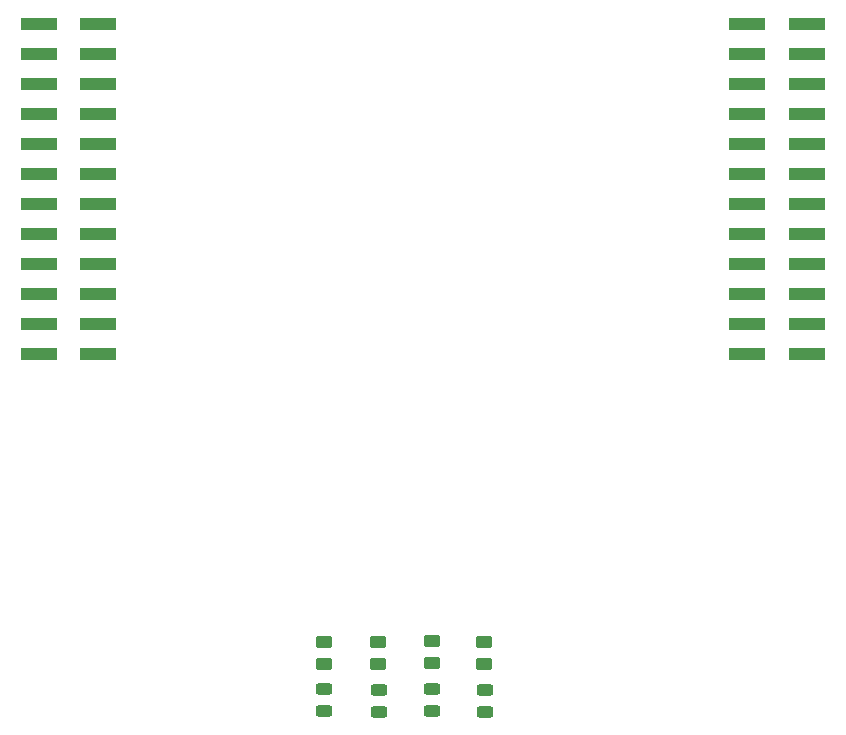
<source format=gbr>
%TF.GenerationSoftware,KiCad,Pcbnew,6.0.1*%
%TF.CreationDate,2022-02-10T21:42:05-06:00*%
%TF.ProjectId,FCB,4643422e-6b69-4636-9164-5f7063625858,rev?*%
%TF.SameCoordinates,Original*%
%TF.FileFunction,Paste,Top*%
%TF.FilePolarity,Positive*%
%FSLAX46Y46*%
G04 Gerber Fmt 4.6, Leading zero omitted, Abs format (unit mm)*
G04 Created by KiCad (PCBNEW 6.0.1) date 2022-02-10 21:42:05*
%MOMM*%
%LPD*%
G01*
G04 APERTURE LIST*
G04 Aperture macros list*
%AMRoundRect*
0 Rectangle with rounded corners*
0 $1 Rounding radius*
0 $2 $3 $4 $5 $6 $7 $8 $9 X,Y pos of 4 corners*
0 Add a 4 corners polygon primitive as box body*
4,1,4,$2,$3,$4,$5,$6,$7,$8,$9,$2,$3,0*
0 Add four circle primitives for the rounded corners*
1,1,$1+$1,$2,$3*
1,1,$1+$1,$4,$5*
1,1,$1+$1,$6,$7*
1,1,$1+$1,$8,$9*
0 Add four rect primitives between the rounded corners*
20,1,$1+$1,$2,$3,$4,$5,0*
20,1,$1+$1,$4,$5,$6,$7,0*
20,1,$1+$1,$6,$7,$8,$9,0*
20,1,$1+$1,$8,$9,$2,$3,0*%
G04 Aperture macros list end*
%ADD10RoundRect,0.243750X0.456250X-0.243750X0.456250X0.243750X-0.456250X0.243750X-0.456250X-0.243750X0*%
%ADD11R,3.150000X1.000000*%
%ADD12RoundRect,0.250000X-0.450000X0.262500X-0.450000X-0.262500X0.450000X-0.262500X0.450000X0.262500X0*%
G04 APERTURE END LIST*
D10*
%TO.C,D4*%
X5245000Y-37287500D03*
X5245000Y-35412500D03*
%TD*%
%TO.C,D2*%
X-3755000Y-37287500D03*
X-3755000Y-35412500D03*
%TD*%
D11*
%TO.C,J1*%
X32525000Y-6970000D03*
X27475000Y-6970000D03*
X32525000Y-4430000D03*
X27475000Y-4430000D03*
X32525000Y-1890000D03*
X27475000Y-1890000D03*
X32525000Y650000D03*
X27475000Y650000D03*
X32525000Y3190000D03*
X27475000Y3190000D03*
X32525000Y5730000D03*
X27475000Y5730000D03*
X32525000Y8270000D03*
X27475000Y8270000D03*
X32525000Y10810000D03*
X27475000Y10810000D03*
X32525000Y13350000D03*
X27475000Y13350000D03*
X32525000Y15890000D03*
X27475000Y15890000D03*
X32525000Y18430000D03*
X27475000Y18430000D03*
X32525000Y20970000D03*
X27475000Y20970000D03*
%TD*%
D12*
%TO.C,R2*%
X-3800000Y-31400000D03*
X-3800000Y-33225000D03*
%TD*%
%TO.C,R1*%
X-8400000Y-31400000D03*
X-8400000Y-33225000D03*
%TD*%
%TO.C,R4*%
X5200000Y-31400000D03*
X5200000Y-33225000D03*
%TD*%
%TO.C,R3*%
X740000Y-31340000D03*
X740000Y-33165000D03*
%TD*%
D10*
%TO.C,D1*%
X-8355000Y-37265000D03*
X-8355000Y-35390000D03*
%TD*%
%TO.C,D3*%
X770000Y-37227500D03*
X770000Y-35352500D03*
%TD*%
D11*
%TO.C,J3*%
X-32525000Y20970000D03*
X-27475000Y20970000D03*
X-32525000Y18430000D03*
X-27475000Y18430000D03*
X-32525000Y15890000D03*
X-27475000Y15890000D03*
X-32525000Y13350000D03*
X-27475000Y13350000D03*
X-32525000Y10810000D03*
X-27475000Y10810000D03*
X-32525000Y8270000D03*
X-27475000Y8270000D03*
X-32525000Y5730000D03*
X-27475000Y5730000D03*
X-32525000Y3190000D03*
X-27475000Y3190000D03*
X-32525000Y650000D03*
X-27475000Y650000D03*
X-32525000Y-1890000D03*
X-27475000Y-1890000D03*
X-32525000Y-4430000D03*
X-27475000Y-4430000D03*
X-32525000Y-6970000D03*
X-27475000Y-6970000D03*
%TD*%
M02*

</source>
